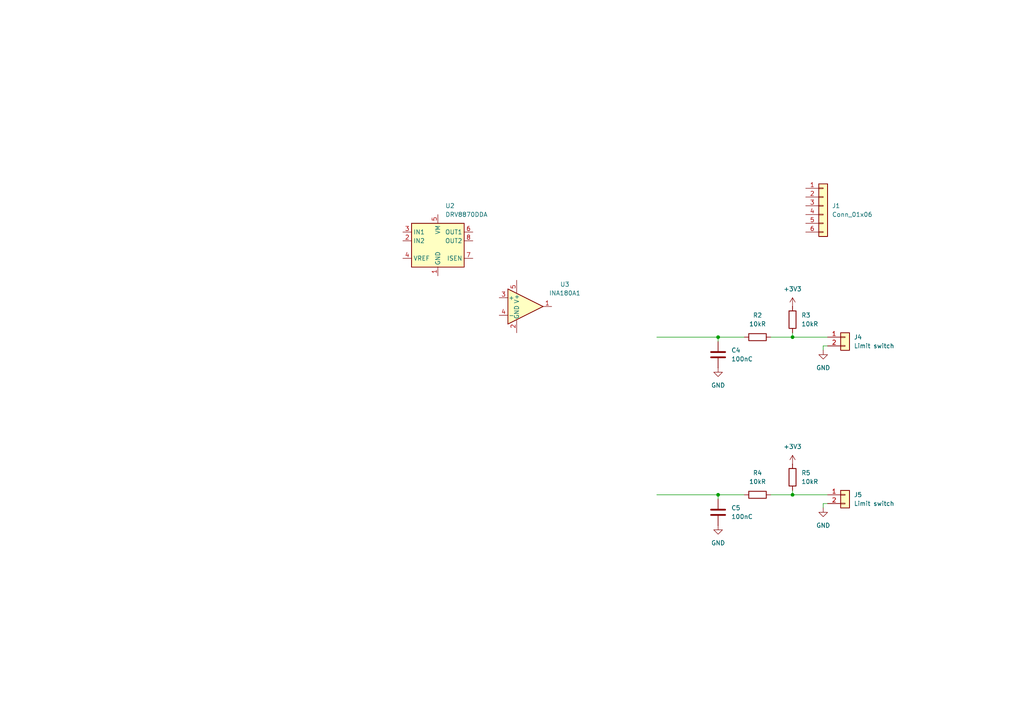
<source format=kicad_sch>
(kicad_sch (version 20250114) (generator "eeschema") (generator_version "9.0")
  (paper "A4")
  (lib_symbols
    (symbol "Amplifier_Current:INA180A1" (pin_names (offset 0.127))
      (property "Reference" "U" (at 3.81 3.81 0))
      (property "Value" "INA180A1" (at 3.81 -2.54 0))
      (symbol "INA180A1_0_1"
        (polyline (pts (xy 5.08 0) (xy -5.08 5.08) (xy -5.08 -5.08) (xy 5.08 0)) (stroke (width 0.254)) (fill (type background)))
      )
      (symbol "INA180A1_1_1"
        (pin input line (at -7.62 2.54 0) (length 2.54) (name "+") (number "3"))
        (pin input line (at -7.62 -2.54 0) (length 2.54) (name "-") (number "4"))
        (pin power_in line (at -2.54 7.62 270) (length 3.81) (name "V+") (number "5"))
        (pin power_in line (at -2.54 -7.62 90) (length 3.81) (name "GND") (number "2"))
        (pin output line (at 7.62 0 180) (length 2.54) (name "~") (number "1"))
      )
    )
    (symbol "Connector_Generic:Conn_01x02" (pin_names (offset 1.016) (hide yes))
      (property "Reference" "J" (at 0 2.54 0))
      (property "Value" "Conn_01x02" (at 0 -5.08 0))
      (symbol "Conn_01x02_1_1"
        (rectangle (start -1.27 1.27) (end 1.27 -3.81) (stroke (width 0.254)) (fill (type background)))
        (rectangle (start -1.27 0.127) (end 0 -0.127) (stroke (width 0.1524)))
        (rectangle (start -1.27 -2.413) (end 0 -2.667) (stroke (width 0.1524)))
        (pin passive line (at -5.08 0 0) (length 3.81) (name "Pin_1") (number "1"))
        (pin passive line (at -5.08 -2.54 0) (length 3.81) (name "Pin_2") (number "2"))
      )
    )
    (symbol "Connector_Generic:Conn_01x06" (pin_names (offset 1.016) (hide yes))
      (property "Reference" "J" (at 0 7.62 0))
      (property "Value" "Conn_01x06" (at 0 -10.16 0))
      (symbol "Conn_01x06_1_1"
        (rectangle (start -1.27 6.35) (end 1.27 -8.89) (stroke (width 0.254)) (fill (type background)))
        (rectangle (start -1.27 5.207) (end 0 4.953) (stroke (width 0.1524)))
        (rectangle (start -1.27 2.667) (end 0 2.413) (stroke (width 0.1524)))
        (rectangle (start -1.27 0.127) (end 0 -0.127) (stroke (width 0.1524)))
        (rectangle (start -1.27 -2.413) (end 0 -2.667) (stroke (width 0.1524)))
        (rectangle (start -1.27 -4.953) (end 0 -5.207) (stroke (width 0.1524)))
        (rectangle (start -1.27 -7.493) (end 0 -7.747) (stroke (width 0.1524)))
        (pin passive line (at -5.08 5.08 0) (length 3.81) (name "Pin_1") (number "1"))
        (pin passive line (at -5.08 2.54 0) (length 3.81) (name "Pin_2") (number "2"))
        (pin passive line (at -5.08 0 0) (length 3.81) (name "Pin_3") (number "3"))
        (pin passive line (at -5.08 -2.54 0) (length 3.81) (name "Pin_4") (number "4"))
        (pin passive line (at -5.08 -5.08 0) (length 3.81) (name "Pin_5") (number "5"))
        (pin passive line (at -5.08 -7.62 0) (length 3.81) (name "Pin_6") (number "6"))
      )
    )
    (symbol "Device:C" (pin_numbers (hide yes)) (pin_names (offset 0.254))
      (property "Reference" "C" (at 0.635 2.54 0))
      (property "Value" "C" (at 0.635 -2.54 0))
      (symbol "C_0_1"
        (polyline (pts (xy -2.032 0.762) (xy 2.032 0.762)) (stroke (width 0.508)))
        (polyline (pts (xy -2.032 -0.762) (xy 2.032 -0.762)) (stroke (width 0.508)))
      )
      (symbol "C_1_1"
        (pin passive line (at 0 3.81 270) (length 2.794) (name "~") (number "1"))
        (pin passive line (at 0 -3.81 90) (length 2.794) (name "~") (number "2"))
      )
    )
    (symbol "Device:R" (pin_numbers (hide yes)) (pin_names (offset 0))
      (property "Reference" "R" (at 2.032 0 90))
      (property "Value" "R" (at 0 0 90))
      (symbol "R_0_1"
        (rectangle (start -1.016 -2.54) (end 1.016 2.54) (stroke (width 0.254)))
      )
      (symbol "R_1_1"
        (pin passive line (at 0 3.81 270) (length 1.27) (name "~") (number "1"))
        (pin passive line (at 0 -3.81 90) (length 1.27) (name "~") (number "2"))
      )
    )
    (symbol "Driver_Motor:DRV8870DDA"
      (property "Reference" "U" (at -6.35 6.35 0))
      (property "Value" "DRV8870DDA" (at 8.89 6.35 0))
      (symbol "DRV8870DDA_0_1"
        (rectangle (start -7.62 5.08) (end 7.62 -7.62) (stroke (width 0.254)) (fill (type background)))
      )
      (symbol "DRV8870DDA_1_1"
        (pin input line (at -10.16 2.54 0) (length 2.54) (name "IN1") (number "3"))
        (pin input line (at -10.16 0 0) (length 2.54) (name "IN2") (number "2"))
        (pin input line (at -10.16 -5.08 0) (length 2.54) (name "VREF") (number "4"))
        (pin power_in line (at 0 7.62 270) (length 2.54) (name "VM") (number "5"))
        (pin power_in line (at 0 -10.16 90) (length 2.54) (name "GND") (number "1"))
        (pin passive line (at 0 -10.16 90) (length 2.54) (hide yes) (name "GND") (number "9"))
        (pin output line (at 10.16 2.54 180) (length 2.54) (name "OUT1") (number "6"))
        (pin output line (at 10.16 0 180) (length 2.54) (name "OUT2") (number "8"))
        (pin passive line (at 10.16 -5.08 180) (length 2.54) (name "ISEN") (number "7"))
      )
    )
    (symbol "power:+3V3" (power) (pin_numbers (hide yes)) (pin_names (offset 0) (hide yes))
      (property "Value" "+3V3" (at 0 3.556 0))
      (symbol "+3V3_0_1"
        (polyline (pts (xy -0.762 1.27) (xy 0 2.54)))
        (polyline (pts (xy 0 2.54) (xy 0.762 1.27)))
        (polyline (pts (xy 0 0) (xy 0 2.54)))
      )
      (symbol "+3V3_1_1"
        (pin power_in line (at 0 0 90) (length 0) (name "~") (number "1"))
      )
    )
    (symbol "power:GND" (power) (pin_numbers (hide yes)) (pin_names (offset 0) (hide yes))
      (property "Value" "GND" (at 0 -3.81 0))
      (symbol "GND_0_1"
        (polyline (pts (xy 0 0) (xy 0 -1.27) (xy 1.27 -1.27) (xy 0 -2.54) (xy -1.27 -1.27) (xy 0 -1.27)))
      )
      (symbol "GND_1_1"
        (pin power_in line (at 0 0 270) (length 0) (name "~") (number "1"))
      )
    )
  )
  (junction (at 208.28 97.79))
  (junction (at 208.28 143.51))
  (junction (at 229.87 143.51))
  (junction (at 229.87 97.79))
  (wire (pts (xy 223.52 97.79) (xy 229.87 97.79)))
  (wire (pts (xy 190.5 143.51) (xy 208.28 143.51)))
  (wire (pts (xy 240.03 97.79) (xy 229.87 97.79)))
  (wire (pts (xy 229.87 97.79) (xy 229.87 96.52)))
  (wire (pts (xy 190.5 97.79) (xy 208.28 97.79)))
  (wire (pts (xy 215.9 143.51) (xy 208.28 143.51)))
  (wire (pts (xy 240.03 100.33) (xy 238.76 100.33)))
  (wire (pts (xy 240.03 143.51) (xy 229.87 143.51)))
  (wire (pts (xy 238.76 146.05) (xy 238.76 147.32)))
  (wire (pts (xy 215.9 97.79) (xy 208.28 97.79)))
  (wire (pts (xy 240.03 146.05) (xy 238.76 146.05)))
  (wire (pts (xy 238.76 100.33) (xy 238.76 101.6)))
  (wire (pts (xy 208.28 97.79) (xy 208.28 99.06)))
  (wire (pts (xy 229.87 143.51) (xy 229.87 142.24)))
  (wire (pts (xy 223.52 143.51) (xy 229.87 143.51)))
  (wire (pts (xy 208.28 143.51) (xy 208.28 144.78)))
  (symbol (lib_id "Connector_Generic:Conn_01x02") (at 245.11 97.79 0) (unit 1)
    (property "Reference" "J4" (at 247.65 97.7899 0) (effects (justify left)))
    (property "Value" "Limit switch" (at 247.65 100.3299 0) (effects (justify left)))
    (property "Footprint" "Connector_JST:JST_PH_S2B-PH-K_1x02_P2.00mm_Horizontal" (effects (hide yes)))
    (property "Description" "Generic connector, single row, 01x02, script generated (kicad-library-utils/schlib/autogen/connector/)" (effects (hide yes)))
    (property "MPN" "B2B-PH-K-S(LF)(SN)" (effects (hide yes)))
  )
  (symbol (lib_id "Driver_Motor:DRV8870DDA") (at 127 69.85 0) (unit 1)
    (property "Reference" "U2" (at 129.1433 59.69 0) (effects (justify left)))
    (property "Value" "DRV8870DDA" (at 129.1433 62.23 0) (effects (justify left)))
    (property "Footprint" "Package_SO:Texas_HTSOP-8-1EP_3.9x4.9mm_P1.27mm_EP2.95x4.9mm_Mask2.4x3.1mm_ThermalVias" (effects (hide yes)))
    (property "Datasheet" "http://www.ti.com/lit/ds/symlink/drv8870.pdf" (effects (hide yes)))
    (property "Description" "Brushed DC Motor Driver, PWM Control, 45V, 3.6A, Dynamic current limiting, HTSOP-8" (effects (hide yes)))
    (property "Status" "OK" (effects (hide yes)))
    (property "MPN" "DRV8870DDAR" (effects (hide yes)))
  )
  (symbol (lib_id "power:GND") (at 238.76 147.32 0) (unit 1)
    (property "Reference" "#PWR021" (effects (hide yes)))
    (property "Value" "GND" (at 238.76 152.4 0))
    (property "Description" "Power symbol creates a global label with name \"GND\" , ground" (effects (hide yes)))
  )
  (symbol (lib_id "power:GND") (at 208.28 106.68 0) (unit 1)
    (property "Reference" "#PWR017" (effects (hide yes)))
    (property "Value" "GND" (at 208.28 111.76 0))
    (property "Description" "Power symbol creates a global label with name \"GND\" , ground" (effects (hide yes)))
  )
  (symbol (lib_id "Device:R") (at 219.71 143.51 90) (unit 1)
    (property "Reference" "R4" (at 219.71 137.16 90))
    (property "Value" "10kR" (at 219.71 139.7 90))
    (property "Footprint" "Capacitor_SMD:C_0805_2012Metric" (effects (hide yes)))
    (property "Description" "Resistor" (effects (hide yes)))
  )
  (symbol (lib_id "Amplifier_Current:INA180A1") (at 152.4 88.9 0) (unit 1)
    (property "Reference" "U3" (at 163.83 82.4798 0))
    (property "Value" "INA180A1" (at 163.83 85.0198 0))
    (property "Footprint" "Package_TO_SOT_SMD:SOT-23-5" (effects (hide yes)))
    (property "Datasheet" "http://www.ti.com/lit/ds/symlink/ina180.pdf" (effects (hide yes)))
    (property "Description" "Current Sense Amplifier, 1 Circuit, Rail-to-Rail, 26V, Gain 20 V/V, SOT-23-5" (effects (hide yes)))
  )
  (symbol (lib_id "Device:R") (at 229.87 138.43 180) (unit 1)
    (property "Reference" "R5" (at 232.41 137.1599 0) (effects (justify right)))
    (property "Value" "10kR" (at 232.41 139.6999 0) (effects (justify right)))
    (property "Footprint" "Capacitor_SMD:C_0805_2012Metric" (effects (hide yes)))
    (property "Description" "Resistor" (effects (hide yes)))
  )
  (symbol (lib_id "Device:C") (at 208.28 148.59 0) (unit 1)
    (property "Reference" "C5" (at 212.09 147.3199 0) (effects (justify left)))
    (property "Value" "100nC" (at 212.09 149.8599 0) (effects (justify left)))
    (property "Footprint" "Capacitor_SMD:C_0805_2012Metric" (effects (hide yes)))
    (property "Description" "Unpolarized capacitor" (effects (hide yes)))
  )
  (symbol (lib_id "Device:R") (at 229.87 92.71 180) (unit 1)
    (property "Reference" "R3" (at 232.41 91.4399 0) (effects (justify right)))
    (property "Value" "10kR" (at 232.41 93.9799 0) (effects (justify right)))
    (property "Footprint" "Capacitor_SMD:C_0805_2012Metric" (effects (hide yes)))
    (property "Description" "Resistor" (effects (hide yes)))
  )
  (symbol (lib_id "power:GND") (at 238.76 101.6 0) (unit 1)
    (property "Reference" "#PWR016" (effects (hide yes)))
    (property "Value" "GND" (at 238.76 106.68 0))
    (property "Description" "Power symbol creates a global label with name \"GND\" , ground" (effects (hide yes)))
  )
  (symbol (lib_id "Device:R") (at 219.71 97.79 90) (unit 1)
    (property "Reference" "R2" (at 219.71 91.44 90))
    (property "Value" "10kR" (at 219.71 93.98 90))
    (property "Footprint" "Capacitor_SMD:C_0805_2012Metric" (effects (hide yes)))
    (property "Description" "Resistor" (effects (hide yes)))
  )
  (symbol (lib_id "power:+3V3") (at 229.87 88.9 0) (unit 1)
    (property "Reference" "#PWR018" (effects (hide yes)))
    (property "Value" "+3V3" (at 229.87 83.82 0))
    (property "Description" "Power symbol creates a global label with name \"+3V3\"" (effects (hide yes)))
  )
  (symbol (lib_id "Connector_Generic:Conn_01x06") (at 238.76 59.69 0) (unit 1)
    (property "Reference" "J1" (at 241.3 59.6899 0) (effects (justify left)))
    (property "Value" "Conn_01x06" (at 241.3 62.2299 0) (effects (justify left)))
    (property "Footprint" "Connector_JST:JST_PH_S6B-PH-K_1x06_P2.00mm_Horizontal" (effects (hide yes)))
    (property "Description" "Generic connector, single row, 01x06, script generated (kicad-library-utils/schlib/autogen/connector/)" (effects (hide yes)))
  )
  (symbol (lib_id "power:GND") (at 208.28 152.4 0) (unit 1)
    (property "Reference" "#PWR019" (effects (hide yes)))
    (property "Value" "GND" (at 208.28 157.48 0))
    (property "Description" "Power symbol creates a global label with name \"GND\" , ground" (effects (hide yes)))
  )
  (symbol (lib_id "Connector_Generic:Conn_01x02") (at 245.11 143.51 0) (unit 1)
    (property "Reference" "J5" (at 247.65 143.5099 0) (effects (justify left)))
    (property "Value" "Limit switch" (at 247.65 146.0499 0) (effects (justify left)))
    (property "Footprint" "Connector_JST:JST_PH_S2B-PH-K_1x02_P2.00mm_Horizontal" (effects (hide yes)))
    (property "Description" "Generic connector, single row, 01x02, script generated (kicad-library-utils/schlib/autogen/connector/)" (effects (hide yes)))
    (property "MPN" "B2B-PH-K-S(LF)(SN)" (effects (hide yes)))
  )
  (symbol (lib_id "power:+3V3") (at 229.87 134.62 0) (unit 1)
    (property "Reference" "#PWR020" (effects (hide yes)))
    (property "Value" "+3V3" (at 229.87 129.54 0))
    (property "Description" "Power symbol creates a global label with name \"+3V3\"" (effects (hide yes)))
  )
  (symbol (lib_id "Device:C") (at 208.28 102.87 0) (unit 1)
    (property "Reference" "C4" (at 212.09 101.5999 0) (effects (justify left)))
    (property "Value" "100nC" (at 212.09 104.1399 0) (effects (justify left)))
    (property "Footprint" "Capacitor_SMD:C_0805_2012Metric" (effects (hide yes)))
    (property "Description" "Unpolarized capacitor" (effects (hide yes)))
  )
)
</source>
